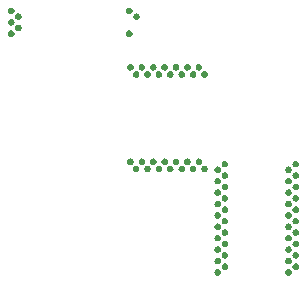
<source format=gbr>
G04 #@! TF.GenerationSoftware,KiCad,Pcbnew,(5.1.0)-1*
G04 #@! TF.CreationDate,2019-10-11T23:09:55-07:00*
G04 #@! TF.ProjectId,Miniscope-v4-FlexPC,4d696e69-7363-46f7-9065-2d76342d466c,rev?*
G04 #@! TF.SameCoordinates,Original*
G04 #@! TF.FileFunction,Soldermask,Bot*
G04 #@! TF.FilePolarity,Negative*
%FSLAX46Y46*%
G04 Gerber Fmt 4.6, Leading zero omitted, Abs format (unit mm)*
G04 Created by KiCad (PCBNEW (5.1.0)-1) date 2019-10-11 23:09:55*
%MOMM*%
%LPD*%
G04 APERTURE LIST*
%ADD10C,0.100000*%
G04 APERTURE END LIST*
D10*
G36*
X40750739Y-37294387D02*
G01*
X40801586Y-37315448D01*
X40847349Y-37346026D01*
X40886264Y-37384941D01*
X40916842Y-37430704D01*
X40937903Y-37481551D01*
X40948640Y-37535531D01*
X40948640Y-37590569D01*
X40937903Y-37644549D01*
X40916842Y-37695396D01*
X40886264Y-37741159D01*
X40847349Y-37780074D01*
X40801586Y-37810652D01*
X40750739Y-37831713D01*
X40696759Y-37842450D01*
X40641721Y-37842450D01*
X40587741Y-37831713D01*
X40536894Y-37810652D01*
X40491131Y-37780074D01*
X40452216Y-37741159D01*
X40421638Y-37695396D01*
X40400577Y-37644549D01*
X40389840Y-37590569D01*
X40389840Y-37535531D01*
X40400577Y-37481551D01*
X40421638Y-37430704D01*
X40452216Y-37384941D01*
X40491131Y-37346026D01*
X40536894Y-37315448D01*
X40587741Y-37294387D01*
X40641721Y-37283650D01*
X40696759Y-37283650D01*
X40750739Y-37294387D01*
X40750739Y-37294387D01*
G37*
G36*
X34750739Y-37294387D02*
G01*
X34801586Y-37315448D01*
X34847349Y-37346026D01*
X34886264Y-37384941D01*
X34916842Y-37430704D01*
X34937903Y-37481551D01*
X34948640Y-37535531D01*
X34948640Y-37590569D01*
X34937903Y-37644549D01*
X34916842Y-37695396D01*
X34886264Y-37741159D01*
X34847349Y-37780074D01*
X34801586Y-37810652D01*
X34750739Y-37831713D01*
X34696759Y-37842450D01*
X34641721Y-37842450D01*
X34587741Y-37831713D01*
X34536894Y-37810652D01*
X34491131Y-37780074D01*
X34452216Y-37741159D01*
X34421638Y-37695396D01*
X34400577Y-37644549D01*
X34389840Y-37590569D01*
X34389840Y-37535531D01*
X34400577Y-37481551D01*
X34421638Y-37430704D01*
X34452216Y-37384941D01*
X34491131Y-37346026D01*
X34536894Y-37315448D01*
X34587741Y-37294387D01*
X34641721Y-37283650D01*
X34696759Y-37283650D01*
X34750739Y-37294387D01*
X34750739Y-37294387D01*
G37*
G36*
X35360339Y-36811788D02*
G01*
X35411186Y-36832849D01*
X35456949Y-36863427D01*
X35495864Y-36902342D01*
X35526442Y-36948105D01*
X35547503Y-36998952D01*
X35558240Y-37052932D01*
X35558240Y-37107970D01*
X35547503Y-37161950D01*
X35526442Y-37212797D01*
X35495864Y-37258560D01*
X35456949Y-37297475D01*
X35411186Y-37328053D01*
X35360339Y-37349114D01*
X35306359Y-37359851D01*
X35251321Y-37359851D01*
X35197341Y-37349114D01*
X35146494Y-37328053D01*
X35100731Y-37297475D01*
X35061816Y-37258560D01*
X35031238Y-37212797D01*
X35010177Y-37161950D01*
X34999440Y-37107970D01*
X34999440Y-37052932D01*
X35010177Y-36998952D01*
X35031238Y-36948105D01*
X35061816Y-36902342D01*
X35100731Y-36863427D01*
X35146494Y-36832849D01*
X35197341Y-36811788D01*
X35251321Y-36801051D01*
X35306359Y-36801051D01*
X35360339Y-36811788D01*
X35360339Y-36811788D01*
G37*
G36*
X41360339Y-36811788D02*
G01*
X41411186Y-36832849D01*
X41456949Y-36863427D01*
X41495864Y-36902342D01*
X41526442Y-36948105D01*
X41547503Y-36998952D01*
X41558240Y-37052932D01*
X41558240Y-37107970D01*
X41547503Y-37161950D01*
X41526442Y-37212797D01*
X41495864Y-37258560D01*
X41456949Y-37297475D01*
X41411186Y-37328053D01*
X41360339Y-37349114D01*
X41306359Y-37359851D01*
X41251321Y-37359851D01*
X41197341Y-37349114D01*
X41146494Y-37328053D01*
X41100731Y-37297475D01*
X41061816Y-37258560D01*
X41031238Y-37212797D01*
X41010177Y-37161950D01*
X40999440Y-37107970D01*
X40999440Y-37052932D01*
X41010177Y-36998952D01*
X41031238Y-36948105D01*
X41061816Y-36902342D01*
X41100731Y-36863427D01*
X41146494Y-36832849D01*
X41197341Y-36811788D01*
X41251321Y-36801051D01*
X41306359Y-36801051D01*
X41360339Y-36811788D01*
X41360339Y-36811788D01*
G37*
G36*
X34750739Y-36329188D02*
G01*
X34801586Y-36350249D01*
X34847349Y-36380827D01*
X34886264Y-36419742D01*
X34916842Y-36465505D01*
X34937903Y-36516352D01*
X34948640Y-36570332D01*
X34948640Y-36625370D01*
X34937903Y-36679350D01*
X34916842Y-36730197D01*
X34886264Y-36775960D01*
X34847349Y-36814875D01*
X34801586Y-36845453D01*
X34750739Y-36866514D01*
X34696759Y-36877251D01*
X34641721Y-36877251D01*
X34587741Y-36866514D01*
X34536894Y-36845453D01*
X34491131Y-36814875D01*
X34452216Y-36775960D01*
X34421638Y-36730197D01*
X34400577Y-36679350D01*
X34389840Y-36625370D01*
X34389840Y-36570332D01*
X34400577Y-36516352D01*
X34421638Y-36465505D01*
X34452216Y-36419742D01*
X34491131Y-36380827D01*
X34536894Y-36350249D01*
X34587741Y-36329188D01*
X34641721Y-36318451D01*
X34696759Y-36318451D01*
X34750739Y-36329188D01*
X34750739Y-36329188D01*
G37*
G36*
X40750739Y-36329188D02*
G01*
X40801586Y-36350249D01*
X40847349Y-36380827D01*
X40886264Y-36419742D01*
X40916842Y-36465505D01*
X40937903Y-36516352D01*
X40948640Y-36570332D01*
X40948640Y-36625370D01*
X40937903Y-36679350D01*
X40916842Y-36730197D01*
X40886264Y-36775960D01*
X40847349Y-36814875D01*
X40801586Y-36845453D01*
X40750739Y-36866514D01*
X40696759Y-36877251D01*
X40641721Y-36877251D01*
X40587741Y-36866514D01*
X40536894Y-36845453D01*
X40491131Y-36814875D01*
X40452216Y-36775960D01*
X40421638Y-36730197D01*
X40400577Y-36679350D01*
X40389840Y-36625370D01*
X40389840Y-36570332D01*
X40400577Y-36516352D01*
X40421638Y-36465505D01*
X40452216Y-36419742D01*
X40491131Y-36380827D01*
X40536894Y-36350249D01*
X40587741Y-36329188D01*
X40641721Y-36318451D01*
X40696759Y-36318451D01*
X40750739Y-36329188D01*
X40750739Y-36329188D01*
G37*
G36*
X35360339Y-35846589D02*
G01*
X35411186Y-35867650D01*
X35456949Y-35898228D01*
X35495864Y-35937143D01*
X35526442Y-35982906D01*
X35547503Y-36033753D01*
X35558240Y-36087733D01*
X35558240Y-36142771D01*
X35547503Y-36196751D01*
X35526442Y-36247598D01*
X35495864Y-36293361D01*
X35456949Y-36332276D01*
X35411186Y-36362854D01*
X35360339Y-36383915D01*
X35306359Y-36394652D01*
X35251321Y-36394652D01*
X35197341Y-36383915D01*
X35146494Y-36362854D01*
X35100731Y-36332276D01*
X35061816Y-36293361D01*
X35031238Y-36247598D01*
X35010177Y-36196751D01*
X34999440Y-36142771D01*
X34999440Y-36087733D01*
X35010177Y-36033753D01*
X35031238Y-35982906D01*
X35061816Y-35937143D01*
X35100731Y-35898228D01*
X35146494Y-35867650D01*
X35197341Y-35846589D01*
X35251321Y-35835852D01*
X35306359Y-35835852D01*
X35360339Y-35846589D01*
X35360339Y-35846589D01*
G37*
G36*
X41360339Y-35846589D02*
G01*
X41411186Y-35867650D01*
X41456949Y-35898228D01*
X41495864Y-35937143D01*
X41526442Y-35982906D01*
X41547503Y-36033753D01*
X41558240Y-36087733D01*
X41558240Y-36142771D01*
X41547503Y-36196751D01*
X41526442Y-36247598D01*
X41495864Y-36293361D01*
X41456949Y-36332276D01*
X41411186Y-36362854D01*
X41360339Y-36383915D01*
X41306359Y-36394652D01*
X41251321Y-36394652D01*
X41197341Y-36383915D01*
X41146494Y-36362854D01*
X41100731Y-36332276D01*
X41061816Y-36293361D01*
X41031238Y-36247598D01*
X41010177Y-36196751D01*
X40999440Y-36142771D01*
X40999440Y-36087733D01*
X41010177Y-36033753D01*
X41031238Y-35982906D01*
X41061816Y-35937143D01*
X41100731Y-35898228D01*
X41146494Y-35867650D01*
X41197341Y-35846589D01*
X41251321Y-35835852D01*
X41306359Y-35835852D01*
X41360339Y-35846589D01*
X41360339Y-35846589D01*
G37*
G36*
X34750739Y-35363989D02*
G01*
X34801586Y-35385050D01*
X34847349Y-35415628D01*
X34886264Y-35454543D01*
X34916842Y-35500306D01*
X34937903Y-35551153D01*
X34948640Y-35605133D01*
X34948640Y-35660171D01*
X34937903Y-35714151D01*
X34916842Y-35764998D01*
X34886264Y-35810761D01*
X34847349Y-35849676D01*
X34801586Y-35880254D01*
X34750739Y-35901315D01*
X34696759Y-35912052D01*
X34641721Y-35912052D01*
X34587741Y-35901315D01*
X34536894Y-35880254D01*
X34491131Y-35849676D01*
X34452216Y-35810761D01*
X34421638Y-35764998D01*
X34400577Y-35714151D01*
X34389840Y-35660171D01*
X34389840Y-35605133D01*
X34400577Y-35551153D01*
X34421638Y-35500306D01*
X34452216Y-35454543D01*
X34491131Y-35415628D01*
X34536894Y-35385050D01*
X34587741Y-35363989D01*
X34641721Y-35353252D01*
X34696759Y-35353252D01*
X34750739Y-35363989D01*
X34750739Y-35363989D01*
G37*
G36*
X40750739Y-35363989D02*
G01*
X40801586Y-35385050D01*
X40847349Y-35415628D01*
X40886264Y-35454543D01*
X40916842Y-35500306D01*
X40937903Y-35551153D01*
X40948640Y-35605133D01*
X40948640Y-35660171D01*
X40937903Y-35714151D01*
X40916842Y-35764998D01*
X40886264Y-35810761D01*
X40847349Y-35849676D01*
X40801586Y-35880254D01*
X40750739Y-35901315D01*
X40696759Y-35912052D01*
X40641721Y-35912052D01*
X40587741Y-35901315D01*
X40536894Y-35880254D01*
X40491131Y-35849676D01*
X40452216Y-35810761D01*
X40421638Y-35764998D01*
X40400577Y-35714151D01*
X40389840Y-35660171D01*
X40389840Y-35605133D01*
X40400577Y-35551153D01*
X40421638Y-35500306D01*
X40452216Y-35454543D01*
X40491131Y-35415628D01*
X40536894Y-35385050D01*
X40587741Y-35363989D01*
X40641721Y-35353252D01*
X40696759Y-35353252D01*
X40750739Y-35363989D01*
X40750739Y-35363989D01*
G37*
G36*
X41360339Y-34881390D02*
G01*
X41411186Y-34902451D01*
X41456949Y-34933029D01*
X41495864Y-34971944D01*
X41526442Y-35017707D01*
X41547503Y-35068554D01*
X41558240Y-35122534D01*
X41558240Y-35177572D01*
X41547503Y-35231552D01*
X41526442Y-35282399D01*
X41495864Y-35328162D01*
X41456949Y-35367077D01*
X41411186Y-35397655D01*
X41360339Y-35418716D01*
X41306359Y-35429453D01*
X41251321Y-35429453D01*
X41197341Y-35418716D01*
X41146494Y-35397655D01*
X41100731Y-35367077D01*
X41061816Y-35328162D01*
X41031238Y-35282399D01*
X41010177Y-35231552D01*
X40999440Y-35177572D01*
X40999440Y-35122534D01*
X41010177Y-35068554D01*
X41031238Y-35017707D01*
X41061816Y-34971944D01*
X41100731Y-34933029D01*
X41146494Y-34902451D01*
X41197341Y-34881390D01*
X41251321Y-34870653D01*
X41306359Y-34870653D01*
X41360339Y-34881390D01*
X41360339Y-34881390D01*
G37*
G36*
X35360339Y-34881390D02*
G01*
X35411186Y-34902451D01*
X35456949Y-34933029D01*
X35495864Y-34971944D01*
X35526442Y-35017707D01*
X35547503Y-35068554D01*
X35558240Y-35122534D01*
X35558240Y-35177572D01*
X35547503Y-35231552D01*
X35526442Y-35282399D01*
X35495864Y-35328162D01*
X35456949Y-35367077D01*
X35411186Y-35397655D01*
X35360339Y-35418716D01*
X35306359Y-35429453D01*
X35251321Y-35429453D01*
X35197341Y-35418716D01*
X35146494Y-35397655D01*
X35100731Y-35367077D01*
X35061816Y-35328162D01*
X35031238Y-35282399D01*
X35010177Y-35231552D01*
X34999440Y-35177572D01*
X34999440Y-35122534D01*
X35010177Y-35068554D01*
X35031238Y-35017707D01*
X35061816Y-34971944D01*
X35100731Y-34933029D01*
X35146494Y-34902451D01*
X35197341Y-34881390D01*
X35251321Y-34870653D01*
X35306359Y-34870653D01*
X35360339Y-34881390D01*
X35360339Y-34881390D01*
G37*
G36*
X34750739Y-34398790D02*
G01*
X34801586Y-34419851D01*
X34847349Y-34450429D01*
X34886264Y-34489344D01*
X34916842Y-34535107D01*
X34937903Y-34585954D01*
X34948640Y-34639934D01*
X34948640Y-34694972D01*
X34937903Y-34748952D01*
X34916842Y-34799799D01*
X34886264Y-34845562D01*
X34847349Y-34884477D01*
X34801586Y-34915055D01*
X34750739Y-34936116D01*
X34696759Y-34946853D01*
X34641721Y-34946853D01*
X34587741Y-34936116D01*
X34536894Y-34915055D01*
X34491131Y-34884477D01*
X34452216Y-34845562D01*
X34421638Y-34799799D01*
X34400577Y-34748952D01*
X34389840Y-34694972D01*
X34389840Y-34639934D01*
X34400577Y-34585954D01*
X34421638Y-34535107D01*
X34452216Y-34489344D01*
X34491131Y-34450429D01*
X34536894Y-34419851D01*
X34587741Y-34398790D01*
X34641721Y-34388053D01*
X34696759Y-34388053D01*
X34750739Y-34398790D01*
X34750739Y-34398790D01*
G37*
G36*
X40750739Y-34398790D02*
G01*
X40801586Y-34419851D01*
X40847349Y-34450429D01*
X40886264Y-34489344D01*
X40916842Y-34535107D01*
X40937903Y-34585954D01*
X40948640Y-34639934D01*
X40948640Y-34694972D01*
X40937903Y-34748952D01*
X40916842Y-34799799D01*
X40886264Y-34845562D01*
X40847349Y-34884477D01*
X40801586Y-34915055D01*
X40750739Y-34936116D01*
X40696759Y-34946853D01*
X40641721Y-34946853D01*
X40587741Y-34936116D01*
X40536894Y-34915055D01*
X40491131Y-34884477D01*
X40452216Y-34845562D01*
X40421638Y-34799799D01*
X40400577Y-34748952D01*
X40389840Y-34694972D01*
X40389840Y-34639934D01*
X40400577Y-34585954D01*
X40421638Y-34535107D01*
X40452216Y-34489344D01*
X40491131Y-34450429D01*
X40536894Y-34419851D01*
X40587741Y-34398790D01*
X40641721Y-34388053D01*
X40696759Y-34388053D01*
X40750739Y-34398790D01*
X40750739Y-34398790D01*
G37*
G36*
X35360339Y-33916191D02*
G01*
X35411186Y-33937252D01*
X35456949Y-33967830D01*
X35495864Y-34006745D01*
X35526442Y-34052508D01*
X35547503Y-34103355D01*
X35558240Y-34157335D01*
X35558240Y-34212373D01*
X35547503Y-34266353D01*
X35526442Y-34317200D01*
X35495864Y-34362963D01*
X35456949Y-34401878D01*
X35411186Y-34432456D01*
X35360339Y-34453517D01*
X35306359Y-34464254D01*
X35251321Y-34464254D01*
X35197341Y-34453517D01*
X35146494Y-34432456D01*
X35100731Y-34401878D01*
X35061816Y-34362963D01*
X35031238Y-34317200D01*
X35010177Y-34266353D01*
X34999440Y-34212373D01*
X34999440Y-34157335D01*
X35010177Y-34103355D01*
X35031238Y-34052508D01*
X35061816Y-34006745D01*
X35100731Y-33967830D01*
X35146494Y-33937252D01*
X35197341Y-33916191D01*
X35251321Y-33905454D01*
X35306359Y-33905454D01*
X35360339Y-33916191D01*
X35360339Y-33916191D01*
G37*
G36*
X41360339Y-33916191D02*
G01*
X41411186Y-33937252D01*
X41456949Y-33967830D01*
X41495864Y-34006745D01*
X41526442Y-34052508D01*
X41547503Y-34103355D01*
X41558240Y-34157335D01*
X41558240Y-34212373D01*
X41547503Y-34266353D01*
X41526442Y-34317200D01*
X41495864Y-34362963D01*
X41456949Y-34401878D01*
X41411186Y-34432456D01*
X41360339Y-34453517D01*
X41306359Y-34464254D01*
X41251321Y-34464254D01*
X41197341Y-34453517D01*
X41146494Y-34432456D01*
X41100731Y-34401878D01*
X41061816Y-34362963D01*
X41031238Y-34317200D01*
X41010177Y-34266353D01*
X40999440Y-34212373D01*
X40999440Y-34157335D01*
X41010177Y-34103355D01*
X41031238Y-34052508D01*
X41061816Y-34006745D01*
X41100731Y-33967830D01*
X41146494Y-33937252D01*
X41197341Y-33916191D01*
X41251321Y-33905454D01*
X41306359Y-33905454D01*
X41360339Y-33916191D01*
X41360339Y-33916191D01*
G37*
G36*
X40750739Y-33433591D02*
G01*
X40801586Y-33454652D01*
X40847349Y-33485230D01*
X40886264Y-33524145D01*
X40916842Y-33569908D01*
X40937903Y-33620755D01*
X40948640Y-33674735D01*
X40948640Y-33729773D01*
X40937903Y-33783753D01*
X40916842Y-33834600D01*
X40886264Y-33880363D01*
X40847349Y-33919278D01*
X40801586Y-33949856D01*
X40750739Y-33970917D01*
X40696759Y-33981654D01*
X40641721Y-33981654D01*
X40587741Y-33970917D01*
X40536894Y-33949856D01*
X40491131Y-33919278D01*
X40452216Y-33880363D01*
X40421638Y-33834600D01*
X40400577Y-33783753D01*
X40389840Y-33729773D01*
X40389840Y-33674735D01*
X40400577Y-33620755D01*
X40421638Y-33569908D01*
X40452216Y-33524145D01*
X40491131Y-33485230D01*
X40536894Y-33454652D01*
X40587741Y-33433591D01*
X40641721Y-33422854D01*
X40696759Y-33422854D01*
X40750739Y-33433591D01*
X40750739Y-33433591D01*
G37*
G36*
X34750739Y-33433591D02*
G01*
X34801586Y-33454652D01*
X34847349Y-33485230D01*
X34886264Y-33524145D01*
X34916842Y-33569908D01*
X34937903Y-33620755D01*
X34948640Y-33674735D01*
X34948640Y-33729773D01*
X34937903Y-33783753D01*
X34916842Y-33834600D01*
X34886264Y-33880363D01*
X34847349Y-33919278D01*
X34801586Y-33949856D01*
X34750739Y-33970917D01*
X34696759Y-33981654D01*
X34641721Y-33981654D01*
X34587741Y-33970917D01*
X34536894Y-33949856D01*
X34491131Y-33919278D01*
X34452216Y-33880363D01*
X34421638Y-33834600D01*
X34400577Y-33783753D01*
X34389840Y-33729773D01*
X34389840Y-33674735D01*
X34400577Y-33620755D01*
X34421638Y-33569908D01*
X34452216Y-33524145D01*
X34491131Y-33485230D01*
X34536894Y-33454652D01*
X34587741Y-33433591D01*
X34641721Y-33422854D01*
X34696759Y-33422854D01*
X34750739Y-33433591D01*
X34750739Y-33433591D01*
G37*
G36*
X41360339Y-32950992D02*
G01*
X41411186Y-32972053D01*
X41456949Y-33002631D01*
X41495864Y-33041546D01*
X41526442Y-33087309D01*
X41547503Y-33138156D01*
X41558240Y-33192136D01*
X41558240Y-33247174D01*
X41547503Y-33301154D01*
X41526442Y-33352001D01*
X41495864Y-33397764D01*
X41456949Y-33436679D01*
X41411186Y-33467257D01*
X41360339Y-33488318D01*
X41306359Y-33499055D01*
X41251321Y-33499055D01*
X41197341Y-33488318D01*
X41146494Y-33467257D01*
X41100731Y-33436679D01*
X41061816Y-33397764D01*
X41031238Y-33352001D01*
X41010177Y-33301154D01*
X40999440Y-33247174D01*
X40999440Y-33192136D01*
X41010177Y-33138156D01*
X41031238Y-33087309D01*
X41061816Y-33041546D01*
X41100731Y-33002631D01*
X41146494Y-32972053D01*
X41197341Y-32950992D01*
X41251321Y-32940255D01*
X41306359Y-32940255D01*
X41360339Y-32950992D01*
X41360339Y-32950992D01*
G37*
G36*
X35360339Y-32950992D02*
G01*
X35411186Y-32972053D01*
X35456949Y-33002631D01*
X35495864Y-33041546D01*
X35526442Y-33087309D01*
X35547503Y-33138156D01*
X35558240Y-33192136D01*
X35558240Y-33247174D01*
X35547503Y-33301154D01*
X35526442Y-33352001D01*
X35495864Y-33397764D01*
X35456949Y-33436679D01*
X35411186Y-33467257D01*
X35360339Y-33488318D01*
X35306359Y-33499055D01*
X35251321Y-33499055D01*
X35197341Y-33488318D01*
X35146494Y-33467257D01*
X35100731Y-33436679D01*
X35061816Y-33397764D01*
X35031238Y-33352001D01*
X35010177Y-33301154D01*
X34999440Y-33247174D01*
X34999440Y-33192136D01*
X35010177Y-33138156D01*
X35031238Y-33087309D01*
X35061816Y-33041546D01*
X35100731Y-33002631D01*
X35146494Y-32972053D01*
X35197341Y-32950992D01*
X35251321Y-32940255D01*
X35306359Y-32940255D01*
X35360339Y-32950992D01*
X35360339Y-32950992D01*
G37*
G36*
X40750739Y-32468392D02*
G01*
X40801586Y-32489453D01*
X40847349Y-32520031D01*
X40886264Y-32558946D01*
X40916842Y-32604709D01*
X40937903Y-32655556D01*
X40948640Y-32709536D01*
X40948640Y-32764574D01*
X40937903Y-32818554D01*
X40916842Y-32869401D01*
X40886264Y-32915164D01*
X40847349Y-32954079D01*
X40801586Y-32984657D01*
X40750739Y-33005718D01*
X40696759Y-33016455D01*
X40641721Y-33016455D01*
X40587741Y-33005718D01*
X40536894Y-32984657D01*
X40491131Y-32954079D01*
X40452216Y-32915164D01*
X40421638Y-32869401D01*
X40400577Y-32818554D01*
X40389840Y-32764574D01*
X40389840Y-32709536D01*
X40400577Y-32655556D01*
X40421638Y-32604709D01*
X40452216Y-32558946D01*
X40491131Y-32520031D01*
X40536894Y-32489453D01*
X40587741Y-32468392D01*
X40641721Y-32457655D01*
X40696759Y-32457655D01*
X40750739Y-32468392D01*
X40750739Y-32468392D01*
G37*
G36*
X34750739Y-32468392D02*
G01*
X34801586Y-32489453D01*
X34847349Y-32520031D01*
X34886264Y-32558946D01*
X34916842Y-32604709D01*
X34937903Y-32655556D01*
X34948640Y-32709536D01*
X34948640Y-32764574D01*
X34937903Y-32818554D01*
X34916842Y-32869401D01*
X34886264Y-32915164D01*
X34847349Y-32954079D01*
X34801586Y-32984657D01*
X34750739Y-33005718D01*
X34696759Y-33016455D01*
X34641721Y-33016455D01*
X34587741Y-33005718D01*
X34536894Y-32984657D01*
X34491131Y-32954079D01*
X34452216Y-32915164D01*
X34421638Y-32869401D01*
X34400577Y-32818554D01*
X34389840Y-32764574D01*
X34389840Y-32709536D01*
X34400577Y-32655556D01*
X34421638Y-32604709D01*
X34452216Y-32558946D01*
X34491131Y-32520031D01*
X34536894Y-32489453D01*
X34587741Y-32468392D01*
X34641721Y-32457655D01*
X34696759Y-32457655D01*
X34750739Y-32468392D01*
X34750739Y-32468392D01*
G37*
G36*
X35360339Y-31985793D02*
G01*
X35411186Y-32006854D01*
X35456949Y-32037432D01*
X35495864Y-32076347D01*
X35526442Y-32122110D01*
X35547503Y-32172957D01*
X35558240Y-32226937D01*
X35558240Y-32281975D01*
X35547503Y-32335955D01*
X35526442Y-32386802D01*
X35495864Y-32432565D01*
X35456949Y-32471480D01*
X35411186Y-32502058D01*
X35360339Y-32523119D01*
X35306359Y-32533856D01*
X35251321Y-32533856D01*
X35197341Y-32523119D01*
X35146494Y-32502058D01*
X35100731Y-32471480D01*
X35061816Y-32432565D01*
X35031238Y-32386802D01*
X35010177Y-32335955D01*
X34999440Y-32281975D01*
X34999440Y-32226937D01*
X35010177Y-32172957D01*
X35031238Y-32122110D01*
X35061816Y-32076347D01*
X35100731Y-32037432D01*
X35146494Y-32006854D01*
X35197341Y-31985793D01*
X35251321Y-31975056D01*
X35306359Y-31975056D01*
X35360339Y-31985793D01*
X35360339Y-31985793D01*
G37*
G36*
X41360339Y-31985793D02*
G01*
X41411186Y-32006854D01*
X41456949Y-32037432D01*
X41495864Y-32076347D01*
X41526442Y-32122110D01*
X41547503Y-32172957D01*
X41558240Y-32226937D01*
X41558240Y-32281975D01*
X41547503Y-32335955D01*
X41526442Y-32386802D01*
X41495864Y-32432565D01*
X41456949Y-32471480D01*
X41411186Y-32502058D01*
X41360339Y-32523119D01*
X41306359Y-32533856D01*
X41251321Y-32533856D01*
X41197341Y-32523119D01*
X41146494Y-32502058D01*
X41100731Y-32471480D01*
X41061816Y-32432565D01*
X41031238Y-32386802D01*
X41010177Y-32335955D01*
X40999440Y-32281975D01*
X40999440Y-32226937D01*
X41010177Y-32172957D01*
X41031238Y-32122110D01*
X41061816Y-32076347D01*
X41100731Y-32037432D01*
X41146494Y-32006854D01*
X41197341Y-31985793D01*
X41251321Y-31975056D01*
X41306359Y-31975056D01*
X41360339Y-31985793D01*
X41360339Y-31985793D01*
G37*
G36*
X34750739Y-31503193D02*
G01*
X34801586Y-31524254D01*
X34847349Y-31554832D01*
X34886264Y-31593747D01*
X34916842Y-31639510D01*
X34937903Y-31690357D01*
X34948640Y-31744337D01*
X34948640Y-31799375D01*
X34937903Y-31853355D01*
X34916842Y-31904202D01*
X34886264Y-31949965D01*
X34847349Y-31988880D01*
X34801586Y-32019458D01*
X34750739Y-32040519D01*
X34696759Y-32051256D01*
X34641721Y-32051256D01*
X34587741Y-32040519D01*
X34536894Y-32019458D01*
X34491131Y-31988880D01*
X34452216Y-31949965D01*
X34421638Y-31904202D01*
X34400577Y-31853355D01*
X34389840Y-31799375D01*
X34389840Y-31744337D01*
X34400577Y-31690357D01*
X34421638Y-31639510D01*
X34452216Y-31593747D01*
X34491131Y-31554832D01*
X34536894Y-31524254D01*
X34587741Y-31503193D01*
X34641721Y-31492456D01*
X34696759Y-31492456D01*
X34750739Y-31503193D01*
X34750739Y-31503193D01*
G37*
G36*
X40750739Y-31503193D02*
G01*
X40801586Y-31524254D01*
X40847349Y-31554832D01*
X40886264Y-31593747D01*
X40916842Y-31639510D01*
X40937903Y-31690357D01*
X40948640Y-31744337D01*
X40948640Y-31799375D01*
X40937903Y-31853355D01*
X40916842Y-31904202D01*
X40886264Y-31949965D01*
X40847349Y-31988880D01*
X40801586Y-32019458D01*
X40750739Y-32040519D01*
X40696759Y-32051256D01*
X40641721Y-32051256D01*
X40587741Y-32040519D01*
X40536894Y-32019458D01*
X40491131Y-31988880D01*
X40452216Y-31949965D01*
X40421638Y-31904202D01*
X40400577Y-31853355D01*
X40389840Y-31799375D01*
X40389840Y-31744337D01*
X40400577Y-31690357D01*
X40421638Y-31639510D01*
X40452216Y-31593747D01*
X40491131Y-31554832D01*
X40536894Y-31524254D01*
X40587741Y-31503193D01*
X40641721Y-31492456D01*
X40696759Y-31492456D01*
X40750739Y-31503193D01*
X40750739Y-31503193D01*
G37*
G36*
X41360339Y-31020594D02*
G01*
X41411186Y-31041655D01*
X41456949Y-31072233D01*
X41495864Y-31111148D01*
X41526442Y-31156911D01*
X41547503Y-31207758D01*
X41558240Y-31261738D01*
X41558240Y-31316776D01*
X41547503Y-31370756D01*
X41526442Y-31421603D01*
X41495864Y-31467366D01*
X41456949Y-31506281D01*
X41411186Y-31536859D01*
X41360339Y-31557920D01*
X41306359Y-31568657D01*
X41251321Y-31568657D01*
X41197341Y-31557920D01*
X41146494Y-31536859D01*
X41100731Y-31506281D01*
X41061816Y-31467366D01*
X41031238Y-31421603D01*
X41010177Y-31370756D01*
X40999440Y-31316776D01*
X40999440Y-31261738D01*
X41010177Y-31207758D01*
X41031238Y-31156911D01*
X41061816Y-31111148D01*
X41100731Y-31072233D01*
X41146494Y-31041655D01*
X41197341Y-31020594D01*
X41251321Y-31009857D01*
X41306359Y-31009857D01*
X41360339Y-31020594D01*
X41360339Y-31020594D01*
G37*
G36*
X35360339Y-31020594D02*
G01*
X35411186Y-31041655D01*
X35456949Y-31072233D01*
X35495864Y-31111148D01*
X35526442Y-31156911D01*
X35547503Y-31207758D01*
X35558240Y-31261738D01*
X35558240Y-31316776D01*
X35547503Y-31370756D01*
X35526442Y-31421603D01*
X35495864Y-31467366D01*
X35456949Y-31506281D01*
X35411186Y-31536859D01*
X35360339Y-31557920D01*
X35306359Y-31568657D01*
X35251321Y-31568657D01*
X35197341Y-31557920D01*
X35146494Y-31536859D01*
X35100731Y-31506281D01*
X35061816Y-31467366D01*
X35031238Y-31421603D01*
X35010177Y-31370756D01*
X34999440Y-31316776D01*
X34999440Y-31261738D01*
X35010177Y-31207758D01*
X35031238Y-31156911D01*
X35061816Y-31111148D01*
X35100731Y-31072233D01*
X35146494Y-31041655D01*
X35197341Y-31020594D01*
X35251321Y-31009857D01*
X35306359Y-31009857D01*
X35360339Y-31020594D01*
X35360339Y-31020594D01*
G37*
G36*
X40750739Y-30537994D02*
G01*
X40801586Y-30559055D01*
X40847349Y-30589633D01*
X40886264Y-30628548D01*
X40916842Y-30674311D01*
X40937903Y-30725158D01*
X40948640Y-30779138D01*
X40948640Y-30834176D01*
X40937903Y-30888156D01*
X40916842Y-30939003D01*
X40886264Y-30984766D01*
X40847349Y-31023681D01*
X40801586Y-31054259D01*
X40750739Y-31075320D01*
X40696759Y-31086057D01*
X40641721Y-31086057D01*
X40587741Y-31075320D01*
X40536894Y-31054259D01*
X40491131Y-31023681D01*
X40452216Y-30984766D01*
X40421638Y-30939003D01*
X40400577Y-30888156D01*
X40389840Y-30834176D01*
X40389840Y-30779138D01*
X40400577Y-30725158D01*
X40421638Y-30674311D01*
X40452216Y-30628548D01*
X40491131Y-30589633D01*
X40536894Y-30559055D01*
X40587741Y-30537994D01*
X40641721Y-30527257D01*
X40696759Y-30527257D01*
X40750739Y-30537994D01*
X40750739Y-30537994D01*
G37*
G36*
X34750739Y-30537994D02*
G01*
X34801586Y-30559055D01*
X34847349Y-30589633D01*
X34886264Y-30628548D01*
X34916842Y-30674311D01*
X34937903Y-30725158D01*
X34948640Y-30779138D01*
X34948640Y-30834176D01*
X34937903Y-30888156D01*
X34916842Y-30939003D01*
X34886264Y-30984766D01*
X34847349Y-31023681D01*
X34801586Y-31054259D01*
X34750739Y-31075320D01*
X34696759Y-31086057D01*
X34641721Y-31086057D01*
X34587741Y-31075320D01*
X34536894Y-31054259D01*
X34491131Y-31023681D01*
X34452216Y-30984766D01*
X34421638Y-30939003D01*
X34400577Y-30888156D01*
X34389840Y-30834176D01*
X34389840Y-30779138D01*
X34400577Y-30725158D01*
X34421638Y-30674311D01*
X34452216Y-30628548D01*
X34491131Y-30589633D01*
X34536894Y-30559055D01*
X34587741Y-30537994D01*
X34641721Y-30527257D01*
X34696759Y-30527257D01*
X34750739Y-30537994D01*
X34750739Y-30537994D01*
G37*
G36*
X41360339Y-30055395D02*
G01*
X41411186Y-30076456D01*
X41456949Y-30107034D01*
X41495864Y-30145949D01*
X41526442Y-30191712D01*
X41547503Y-30242559D01*
X41558240Y-30296539D01*
X41558240Y-30351577D01*
X41547503Y-30405557D01*
X41526442Y-30456404D01*
X41495864Y-30502167D01*
X41456949Y-30541082D01*
X41411186Y-30571660D01*
X41360339Y-30592721D01*
X41306359Y-30603458D01*
X41251321Y-30603458D01*
X41197341Y-30592721D01*
X41146494Y-30571660D01*
X41100731Y-30541082D01*
X41061816Y-30502167D01*
X41031238Y-30456404D01*
X41010177Y-30405557D01*
X40999440Y-30351577D01*
X40999440Y-30296539D01*
X41010177Y-30242559D01*
X41031238Y-30191712D01*
X41061816Y-30145949D01*
X41100731Y-30107034D01*
X41146494Y-30076456D01*
X41197341Y-30055395D01*
X41251321Y-30044658D01*
X41306359Y-30044658D01*
X41360339Y-30055395D01*
X41360339Y-30055395D01*
G37*
G36*
X35360339Y-30055395D02*
G01*
X35411186Y-30076456D01*
X35456949Y-30107034D01*
X35495864Y-30145949D01*
X35526442Y-30191712D01*
X35547503Y-30242559D01*
X35558240Y-30296539D01*
X35558240Y-30351577D01*
X35547503Y-30405557D01*
X35526442Y-30456404D01*
X35495864Y-30502167D01*
X35456949Y-30541082D01*
X35411186Y-30571660D01*
X35360339Y-30592721D01*
X35306359Y-30603458D01*
X35251321Y-30603458D01*
X35197341Y-30592721D01*
X35146494Y-30571660D01*
X35100731Y-30541082D01*
X35061816Y-30502167D01*
X35031238Y-30456404D01*
X35010177Y-30405557D01*
X34999440Y-30351577D01*
X34999440Y-30296539D01*
X35010177Y-30242559D01*
X35031238Y-30191712D01*
X35061816Y-30145949D01*
X35100731Y-30107034D01*
X35146494Y-30076456D01*
X35197341Y-30055395D01*
X35251321Y-30044658D01*
X35306359Y-30044658D01*
X35360339Y-30055395D01*
X35360339Y-30055395D01*
G37*
G36*
X34750739Y-29572795D02*
G01*
X34801586Y-29593856D01*
X34847349Y-29624434D01*
X34886264Y-29663349D01*
X34916842Y-29709112D01*
X34937903Y-29759959D01*
X34948640Y-29813939D01*
X34948640Y-29868977D01*
X34937903Y-29922957D01*
X34916842Y-29973804D01*
X34886264Y-30019567D01*
X34847349Y-30058482D01*
X34801586Y-30089060D01*
X34750739Y-30110121D01*
X34696759Y-30120858D01*
X34641721Y-30120858D01*
X34587741Y-30110121D01*
X34536894Y-30089060D01*
X34491131Y-30058482D01*
X34452216Y-30019567D01*
X34421638Y-29973804D01*
X34400577Y-29922957D01*
X34389840Y-29868977D01*
X34389840Y-29813939D01*
X34400577Y-29759959D01*
X34421638Y-29709112D01*
X34452216Y-29663349D01*
X34491131Y-29624434D01*
X34536894Y-29593856D01*
X34587741Y-29572795D01*
X34641721Y-29562058D01*
X34696759Y-29562058D01*
X34750739Y-29572795D01*
X34750739Y-29572795D01*
G37*
G36*
X40750739Y-29572795D02*
G01*
X40801586Y-29593856D01*
X40847349Y-29624434D01*
X40886264Y-29663349D01*
X40916842Y-29709112D01*
X40937903Y-29759959D01*
X40948640Y-29813939D01*
X40948640Y-29868977D01*
X40937903Y-29922957D01*
X40916842Y-29973804D01*
X40886264Y-30019567D01*
X40847349Y-30058482D01*
X40801586Y-30089060D01*
X40750739Y-30110121D01*
X40696759Y-30120858D01*
X40641721Y-30120858D01*
X40587741Y-30110121D01*
X40536894Y-30089060D01*
X40491131Y-30058482D01*
X40452216Y-30019567D01*
X40421638Y-29973804D01*
X40400577Y-29922957D01*
X40389840Y-29868977D01*
X40389840Y-29813939D01*
X40400577Y-29759959D01*
X40421638Y-29709112D01*
X40452216Y-29663349D01*
X40491131Y-29624434D01*
X40536894Y-29593856D01*
X40587741Y-29572795D01*
X40641721Y-29562058D01*
X40696759Y-29562058D01*
X40750739Y-29572795D01*
X40750739Y-29572795D01*
G37*
G36*
X35360339Y-29090196D02*
G01*
X35411186Y-29111257D01*
X35456949Y-29141835D01*
X35495864Y-29180750D01*
X35526442Y-29226513D01*
X35547503Y-29277360D01*
X35558240Y-29331340D01*
X35558240Y-29386378D01*
X35547503Y-29440358D01*
X35526442Y-29491205D01*
X35495864Y-29536968D01*
X35456949Y-29575883D01*
X35411186Y-29606461D01*
X35360339Y-29627522D01*
X35306359Y-29638259D01*
X35251321Y-29638259D01*
X35197341Y-29627522D01*
X35146494Y-29606461D01*
X35100731Y-29575883D01*
X35061816Y-29536968D01*
X35031238Y-29491205D01*
X35010177Y-29440358D01*
X34999440Y-29386378D01*
X34999440Y-29331340D01*
X35010177Y-29277360D01*
X35031238Y-29226513D01*
X35061816Y-29180750D01*
X35100731Y-29141835D01*
X35146494Y-29111257D01*
X35197341Y-29090196D01*
X35251321Y-29079459D01*
X35306359Y-29079459D01*
X35360339Y-29090196D01*
X35360339Y-29090196D01*
G37*
G36*
X41360339Y-29090196D02*
G01*
X41411186Y-29111257D01*
X41456949Y-29141835D01*
X41495864Y-29180750D01*
X41526442Y-29226513D01*
X41547503Y-29277360D01*
X41558240Y-29331340D01*
X41558240Y-29386378D01*
X41547503Y-29440358D01*
X41526442Y-29491205D01*
X41495864Y-29536968D01*
X41456949Y-29575883D01*
X41411186Y-29606461D01*
X41360339Y-29627522D01*
X41306359Y-29638259D01*
X41251321Y-29638259D01*
X41197341Y-29627522D01*
X41146494Y-29606461D01*
X41100731Y-29575883D01*
X41061816Y-29536968D01*
X41031238Y-29491205D01*
X41010177Y-29440358D01*
X40999440Y-29386378D01*
X40999440Y-29331340D01*
X41010177Y-29277360D01*
X41031238Y-29226513D01*
X41061816Y-29180750D01*
X41100731Y-29141835D01*
X41146494Y-29111257D01*
X41197341Y-29090196D01*
X41251321Y-29079459D01*
X41306359Y-29079459D01*
X41360339Y-29090196D01*
X41360339Y-29090196D01*
G37*
G36*
X40750739Y-28607596D02*
G01*
X40801586Y-28628657D01*
X40847349Y-28659235D01*
X40886264Y-28698150D01*
X40916842Y-28743913D01*
X40937903Y-28794760D01*
X40948640Y-28848740D01*
X40948640Y-28903778D01*
X40937903Y-28957758D01*
X40916842Y-29008605D01*
X40886264Y-29054368D01*
X40847349Y-29093283D01*
X40801586Y-29123861D01*
X40750739Y-29144922D01*
X40696759Y-29155659D01*
X40641721Y-29155659D01*
X40587741Y-29144922D01*
X40536894Y-29123861D01*
X40491131Y-29093283D01*
X40452216Y-29054368D01*
X40421638Y-29008605D01*
X40400577Y-28957758D01*
X40389840Y-28903778D01*
X40389840Y-28848740D01*
X40400577Y-28794760D01*
X40421638Y-28743913D01*
X40452216Y-28698150D01*
X40491131Y-28659235D01*
X40536894Y-28628657D01*
X40587741Y-28607596D01*
X40641721Y-28596859D01*
X40696759Y-28596859D01*
X40750739Y-28607596D01*
X40750739Y-28607596D01*
G37*
G36*
X34750739Y-28607596D02*
G01*
X34801586Y-28628657D01*
X34847349Y-28659235D01*
X34886264Y-28698150D01*
X34916842Y-28743913D01*
X34937903Y-28794760D01*
X34948640Y-28848740D01*
X34948640Y-28903778D01*
X34937903Y-28957758D01*
X34916842Y-29008605D01*
X34886264Y-29054368D01*
X34847349Y-29093283D01*
X34801586Y-29123861D01*
X34750739Y-29144922D01*
X34696759Y-29155659D01*
X34641721Y-29155659D01*
X34587741Y-29144922D01*
X34536894Y-29123861D01*
X34491131Y-29093283D01*
X34452216Y-29054368D01*
X34421638Y-29008605D01*
X34400577Y-28957758D01*
X34389840Y-28903778D01*
X34389840Y-28848740D01*
X34400577Y-28794760D01*
X34421638Y-28743913D01*
X34452216Y-28698150D01*
X34491131Y-28659235D01*
X34536894Y-28628657D01*
X34587741Y-28607596D01*
X34641721Y-28596859D01*
X34696759Y-28596859D01*
X34750739Y-28607596D01*
X34750739Y-28607596D01*
G37*
G36*
X27844478Y-28533937D02*
G01*
X27895325Y-28554998D01*
X27941088Y-28585576D01*
X27980003Y-28624491D01*
X28010581Y-28670254D01*
X28031642Y-28721101D01*
X28042379Y-28775081D01*
X28042379Y-28830119D01*
X28031642Y-28884099D01*
X28010581Y-28934946D01*
X27980003Y-28980709D01*
X27941088Y-29019624D01*
X27895325Y-29050202D01*
X27844478Y-29071263D01*
X27790498Y-29082000D01*
X27735460Y-29082000D01*
X27681480Y-29071263D01*
X27630633Y-29050202D01*
X27584870Y-29019624D01*
X27545955Y-28980709D01*
X27515377Y-28934946D01*
X27494316Y-28884099D01*
X27483579Y-28830119D01*
X27483579Y-28775081D01*
X27494316Y-28721101D01*
X27515377Y-28670254D01*
X27545955Y-28624491D01*
X27584870Y-28585576D01*
X27630633Y-28554998D01*
X27681480Y-28533937D01*
X27735460Y-28523200D01*
X27790498Y-28523200D01*
X27844478Y-28533937D01*
X27844478Y-28533937D01*
G37*
G36*
X32670473Y-28533937D02*
G01*
X32721320Y-28554998D01*
X32767083Y-28585576D01*
X32805998Y-28624491D01*
X32836576Y-28670254D01*
X32857637Y-28721101D01*
X32868374Y-28775081D01*
X32868374Y-28830119D01*
X32857637Y-28884099D01*
X32836576Y-28934946D01*
X32805998Y-28980709D01*
X32767083Y-29019624D01*
X32721320Y-29050202D01*
X32670473Y-29071263D01*
X32616493Y-29082000D01*
X32561455Y-29082000D01*
X32507475Y-29071263D01*
X32456628Y-29050202D01*
X32410865Y-29019624D01*
X32371950Y-28980709D01*
X32341372Y-28934946D01*
X32320311Y-28884099D01*
X32309574Y-28830119D01*
X32309574Y-28775081D01*
X32320311Y-28721101D01*
X32341372Y-28670254D01*
X32371950Y-28624491D01*
X32410865Y-28585576D01*
X32456628Y-28554998D01*
X32507475Y-28533937D01*
X32561455Y-28523200D01*
X32616493Y-28523200D01*
X32670473Y-28533937D01*
X32670473Y-28533937D01*
G37*
G36*
X31705274Y-28533937D02*
G01*
X31756121Y-28554998D01*
X31801884Y-28585576D01*
X31840799Y-28624491D01*
X31871377Y-28670254D01*
X31892438Y-28721101D01*
X31903175Y-28775081D01*
X31903175Y-28830119D01*
X31892438Y-28884099D01*
X31871377Y-28934946D01*
X31840799Y-28980709D01*
X31801884Y-29019624D01*
X31756121Y-29050202D01*
X31705274Y-29071263D01*
X31651294Y-29082000D01*
X31596256Y-29082000D01*
X31542276Y-29071263D01*
X31491429Y-29050202D01*
X31445666Y-29019624D01*
X31406751Y-28980709D01*
X31376173Y-28934946D01*
X31355112Y-28884099D01*
X31344375Y-28830119D01*
X31344375Y-28775081D01*
X31355112Y-28721101D01*
X31376173Y-28670254D01*
X31406751Y-28624491D01*
X31445666Y-28585576D01*
X31491429Y-28554998D01*
X31542276Y-28533937D01*
X31596256Y-28523200D01*
X31651294Y-28523200D01*
X31705274Y-28533937D01*
X31705274Y-28533937D01*
G37*
G36*
X33635672Y-28533937D02*
G01*
X33686519Y-28554998D01*
X33732282Y-28585576D01*
X33771197Y-28624491D01*
X33801775Y-28670254D01*
X33822836Y-28721101D01*
X33833573Y-28775081D01*
X33833573Y-28830119D01*
X33822836Y-28884099D01*
X33801775Y-28934946D01*
X33771197Y-28980709D01*
X33732282Y-29019624D01*
X33686519Y-29050202D01*
X33635672Y-29071263D01*
X33581692Y-29082000D01*
X33526654Y-29082000D01*
X33472674Y-29071263D01*
X33421827Y-29050202D01*
X33376064Y-29019624D01*
X33337149Y-28980709D01*
X33306571Y-28934946D01*
X33285510Y-28884099D01*
X33274773Y-28830119D01*
X33274773Y-28775081D01*
X33285510Y-28721101D01*
X33306571Y-28670254D01*
X33337149Y-28624491D01*
X33376064Y-28585576D01*
X33421827Y-28554998D01*
X33472674Y-28533937D01*
X33526654Y-28523200D01*
X33581692Y-28523200D01*
X33635672Y-28533937D01*
X33635672Y-28533937D01*
G37*
G36*
X29774876Y-28533937D02*
G01*
X29825723Y-28554998D01*
X29871486Y-28585576D01*
X29910401Y-28624491D01*
X29940979Y-28670254D01*
X29962040Y-28721101D01*
X29972777Y-28775081D01*
X29972777Y-28830119D01*
X29962040Y-28884099D01*
X29940979Y-28934946D01*
X29910401Y-28980709D01*
X29871486Y-29019624D01*
X29825723Y-29050202D01*
X29774876Y-29071263D01*
X29720896Y-29082000D01*
X29665858Y-29082000D01*
X29611878Y-29071263D01*
X29561031Y-29050202D01*
X29515268Y-29019624D01*
X29476353Y-28980709D01*
X29445775Y-28934946D01*
X29424714Y-28884099D01*
X29413977Y-28830119D01*
X29413977Y-28775081D01*
X29424714Y-28721101D01*
X29445775Y-28670254D01*
X29476353Y-28624491D01*
X29515268Y-28585576D01*
X29561031Y-28554998D01*
X29611878Y-28533937D01*
X29665858Y-28523200D01*
X29720896Y-28523200D01*
X29774876Y-28533937D01*
X29774876Y-28533937D01*
G37*
G36*
X28809677Y-28533937D02*
G01*
X28860524Y-28554998D01*
X28906287Y-28585576D01*
X28945202Y-28624491D01*
X28975780Y-28670254D01*
X28996841Y-28721101D01*
X29007578Y-28775081D01*
X29007578Y-28830119D01*
X28996841Y-28884099D01*
X28975780Y-28934946D01*
X28945202Y-28980709D01*
X28906287Y-29019624D01*
X28860524Y-29050202D01*
X28809677Y-29071263D01*
X28755697Y-29082000D01*
X28700659Y-29082000D01*
X28646679Y-29071263D01*
X28595832Y-29050202D01*
X28550069Y-29019624D01*
X28511154Y-28980709D01*
X28480576Y-28934946D01*
X28459515Y-28884099D01*
X28448778Y-28830119D01*
X28448778Y-28775081D01*
X28459515Y-28721101D01*
X28480576Y-28670254D01*
X28511154Y-28624491D01*
X28550069Y-28585576D01*
X28595832Y-28554998D01*
X28646679Y-28533937D01*
X28700659Y-28523200D01*
X28755697Y-28523200D01*
X28809677Y-28533937D01*
X28809677Y-28533937D01*
G37*
G36*
X30740075Y-28533937D02*
G01*
X30790922Y-28554998D01*
X30836685Y-28585576D01*
X30875600Y-28624491D01*
X30906178Y-28670254D01*
X30927239Y-28721101D01*
X30937976Y-28775081D01*
X30937976Y-28830119D01*
X30927239Y-28884099D01*
X30906178Y-28934946D01*
X30875600Y-28980709D01*
X30836685Y-29019624D01*
X30790922Y-29050202D01*
X30740075Y-29071263D01*
X30686095Y-29082000D01*
X30631057Y-29082000D01*
X30577077Y-29071263D01*
X30526230Y-29050202D01*
X30480467Y-29019624D01*
X30441552Y-28980709D01*
X30410974Y-28934946D01*
X30389913Y-28884099D01*
X30379176Y-28830119D01*
X30379176Y-28775081D01*
X30389913Y-28721101D01*
X30410974Y-28670254D01*
X30441552Y-28624491D01*
X30480467Y-28585576D01*
X30526230Y-28554998D01*
X30577077Y-28533937D01*
X30631057Y-28523200D01*
X30686095Y-28523200D01*
X30740075Y-28533937D01*
X30740075Y-28533937D01*
G37*
G36*
X35360339Y-28124997D02*
G01*
X35411186Y-28146058D01*
X35456949Y-28176636D01*
X35495864Y-28215551D01*
X35526442Y-28261314D01*
X35547503Y-28312161D01*
X35558240Y-28366141D01*
X35558240Y-28421179D01*
X35547503Y-28475159D01*
X35526442Y-28526006D01*
X35495864Y-28571769D01*
X35456949Y-28610684D01*
X35411186Y-28641262D01*
X35360339Y-28662323D01*
X35306359Y-28673060D01*
X35251321Y-28673060D01*
X35197341Y-28662323D01*
X35146494Y-28641262D01*
X35100731Y-28610684D01*
X35061816Y-28571769D01*
X35031238Y-28526006D01*
X35010177Y-28475159D01*
X34999440Y-28421179D01*
X34999440Y-28366141D01*
X35010177Y-28312161D01*
X35031238Y-28261314D01*
X35061816Y-28215551D01*
X35100731Y-28176636D01*
X35146494Y-28146058D01*
X35197341Y-28124997D01*
X35251321Y-28114260D01*
X35306359Y-28114260D01*
X35360339Y-28124997D01*
X35360339Y-28124997D01*
G37*
G36*
X41360339Y-28124997D02*
G01*
X41411186Y-28146058D01*
X41456949Y-28176636D01*
X41495864Y-28215551D01*
X41526442Y-28261314D01*
X41547503Y-28312161D01*
X41558240Y-28366141D01*
X41558240Y-28421179D01*
X41547503Y-28475159D01*
X41526442Y-28526006D01*
X41495864Y-28571769D01*
X41456949Y-28610684D01*
X41411186Y-28641262D01*
X41360339Y-28662323D01*
X41306359Y-28673060D01*
X41251321Y-28673060D01*
X41197341Y-28662323D01*
X41146494Y-28641262D01*
X41100731Y-28610684D01*
X41061816Y-28571769D01*
X41031238Y-28526006D01*
X41010177Y-28475159D01*
X40999440Y-28421179D01*
X40999440Y-28366141D01*
X41010177Y-28312161D01*
X41031238Y-28261314D01*
X41061816Y-28215551D01*
X41100731Y-28176636D01*
X41146494Y-28146058D01*
X41197341Y-28124997D01*
X41251321Y-28114260D01*
X41306359Y-28114260D01*
X41360339Y-28124997D01*
X41360339Y-28124997D01*
G37*
G36*
X29292277Y-27924337D02*
G01*
X29343124Y-27945398D01*
X29388887Y-27975976D01*
X29427802Y-28014891D01*
X29458380Y-28060654D01*
X29479441Y-28111501D01*
X29490178Y-28165481D01*
X29490178Y-28220519D01*
X29479441Y-28274499D01*
X29458380Y-28325346D01*
X29427802Y-28371109D01*
X29388887Y-28410024D01*
X29343124Y-28440602D01*
X29292277Y-28461663D01*
X29238297Y-28472400D01*
X29183259Y-28472400D01*
X29129279Y-28461663D01*
X29078432Y-28440602D01*
X29032669Y-28410024D01*
X28993754Y-28371109D01*
X28963176Y-28325346D01*
X28942115Y-28274499D01*
X28931378Y-28220519D01*
X28931378Y-28165481D01*
X28942115Y-28111501D01*
X28963176Y-28060654D01*
X28993754Y-28014891D01*
X29032669Y-27975976D01*
X29078432Y-27945398D01*
X29129279Y-27924337D01*
X29183259Y-27913600D01*
X29238297Y-27913600D01*
X29292277Y-27924337D01*
X29292277Y-27924337D01*
G37*
G36*
X33153073Y-27924337D02*
G01*
X33203920Y-27945398D01*
X33249683Y-27975976D01*
X33288598Y-28014891D01*
X33319176Y-28060654D01*
X33340237Y-28111501D01*
X33350974Y-28165481D01*
X33350974Y-28220519D01*
X33340237Y-28274499D01*
X33319176Y-28325346D01*
X33288598Y-28371109D01*
X33249683Y-28410024D01*
X33203920Y-28440602D01*
X33153073Y-28461663D01*
X33099093Y-28472400D01*
X33044055Y-28472400D01*
X32990075Y-28461663D01*
X32939228Y-28440602D01*
X32893465Y-28410024D01*
X32854550Y-28371109D01*
X32823972Y-28325346D01*
X32802911Y-28274499D01*
X32792174Y-28220519D01*
X32792174Y-28165481D01*
X32802911Y-28111501D01*
X32823972Y-28060654D01*
X32854550Y-28014891D01*
X32893465Y-27975976D01*
X32939228Y-27945398D01*
X32990075Y-27924337D01*
X33044055Y-27913600D01*
X33099093Y-27913600D01*
X33153073Y-27924337D01*
X33153073Y-27924337D01*
G37*
G36*
X32187874Y-27924337D02*
G01*
X32238721Y-27945398D01*
X32284484Y-27975976D01*
X32323399Y-28014891D01*
X32353977Y-28060654D01*
X32375038Y-28111501D01*
X32385775Y-28165481D01*
X32385775Y-28220519D01*
X32375038Y-28274499D01*
X32353977Y-28325346D01*
X32323399Y-28371109D01*
X32284484Y-28410024D01*
X32238721Y-28440602D01*
X32187874Y-28461663D01*
X32133894Y-28472400D01*
X32078856Y-28472400D01*
X32024876Y-28461663D01*
X31974029Y-28440602D01*
X31928266Y-28410024D01*
X31889351Y-28371109D01*
X31858773Y-28325346D01*
X31837712Y-28274499D01*
X31826975Y-28220519D01*
X31826975Y-28165481D01*
X31837712Y-28111501D01*
X31858773Y-28060654D01*
X31889351Y-28014891D01*
X31928266Y-27975976D01*
X31974029Y-27945398D01*
X32024876Y-27924337D01*
X32078856Y-27913600D01*
X32133894Y-27913600D01*
X32187874Y-27924337D01*
X32187874Y-27924337D01*
G37*
G36*
X31222675Y-27924337D02*
G01*
X31273522Y-27945398D01*
X31319285Y-27975976D01*
X31358200Y-28014891D01*
X31388778Y-28060654D01*
X31409839Y-28111501D01*
X31420576Y-28165481D01*
X31420576Y-28220519D01*
X31409839Y-28274499D01*
X31388778Y-28325346D01*
X31358200Y-28371109D01*
X31319285Y-28410024D01*
X31273522Y-28440602D01*
X31222675Y-28461663D01*
X31168695Y-28472400D01*
X31113657Y-28472400D01*
X31059677Y-28461663D01*
X31008830Y-28440602D01*
X30963067Y-28410024D01*
X30924152Y-28371109D01*
X30893574Y-28325346D01*
X30872513Y-28274499D01*
X30861776Y-28220519D01*
X30861776Y-28165481D01*
X30872513Y-28111501D01*
X30893574Y-28060654D01*
X30924152Y-28014891D01*
X30963067Y-27975976D01*
X31008830Y-27945398D01*
X31059677Y-27924337D01*
X31113657Y-27913600D01*
X31168695Y-27913600D01*
X31222675Y-27924337D01*
X31222675Y-27924337D01*
G37*
G36*
X30257476Y-27924337D02*
G01*
X30308323Y-27945398D01*
X30354086Y-27975976D01*
X30393001Y-28014891D01*
X30423579Y-28060654D01*
X30444640Y-28111501D01*
X30455377Y-28165481D01*
X30455377Y-28220519D01*
X30444640Y-28274499D01*
X30423579Y-28325346D01*
X30393001Y-28371109D01*
X30354086Y-28410024D01*
X30308323Y-28440602D01*
X30257476Y-28461663D01*
X30203496Y-28472400D01*
X30148458Y-28472400D01*
X30094478Y-28461663D01*
X30043631Y-28440602D01*
X29997868Y-28410024D01*
X29958953Y-28371109D01*
X29928375Y-28325346D01*
X29907314Y-28274499D01*
X29896577Y-28220519D01*
X29896577Y-28165481D01*
X29907314Y-28111501D01*
X29928375Y-28060654D01*
X29958953Y-28014891D01*
X29997868Y-27975976D01*
X30043631Y-27945398D01*
X30094478Y-27924337D01*
X30148458Y-27913600D01*
X30203496Y-27913600D01*
X30257476Y-27924337D01*
X30257476Y-27924337D01*
G37*
G36*
X27361879Y-27924337D02*
G01*
X27412726Y-27945398D01*
X27458489Y-27975976D01*
X27497404Y-28014891D01*
X27527982Y-28060654D01*
X27549043Y-28111501D01*
X27559780Y-28165481D01*
X27559780Y-28220519D01*
X27549043Y-28274499D01*
X27527982Y-28325346D01*
X27497404Y-28371109D01*
X27458489Y-28410024D01*
X27412726Y-28440602D01*
X27361879Y-28461663D01*
X27307899Y-28472400D01*
X27252861Y-28472400D01*
X27198881Y-28461663D01*
X27148034Y-28440602D01*
X27102271Y-28410024D01*
X27063356Y-28371109D01*
X27032778Y-28325346D01*
X27011717Y-28274499D01*
X27000980Y-28220519D01*
X27000980Y-28165481D01*
X27011717Y-28111501D01*
X27032778Y-28060654D01*
X27063356Y-28014891D01*
X27102271Y-27975976D01*
X27148034Y-27945398D01*
X27198881Y-27924337D01*
X27252861Y-27913600D01*
X27307899Y-27913600D01*
X27361879Y-27924337D01*
X27361879Y-27924337D01*
G37*
G36*
X28327078Y-27924337D02*
G01*
X28377925Y-27945398D01*
X28423688Y-27975976D01*
X28462603Y-28014891D01*
X28493181Y-28060654D01*
X28514242Y-28111501D01*
X28524979Y-28165481D01*
X28524979Y-28220519D01*
X28514242Y-28274499D01*
X28493181Y-28325346D01*
X28462603Y-28371109D01*
X28423688Y-28410024D01*
X28377925Y-28440602D01*
X28327078Y-28461663D01*
X28273098Y-28472400D01*
X28218060Y-28472400D01*
X28164080Y-28461663D01*
X28113233Y-28440602D01*
X28067470Y-28410024D01*
X28028555Y-28371109D01*
X27997977Y-28325346D01*
X27976916Y-28274499D01*
X27966179Y-28220519D01*
X27966179Y-28165481D01*
X27976916Y-28111501D01*
X27997977Y-28060654D01*
X28028555Y-28014891D01*
X28067470Y-27975976D01*
X28113233Y-27945398D01*
X28164080Y-27924337D01*
X28218060Y-27913600D01*
X28273098Y-27913600D01*
X28327078Y-27924337D01*
X28327078Y-27924337D01*
G37*
G36*
X32670473Y-20533937D02*
G01*
X32721320Y-20554998D01*
X32767083Y-20585576D01*
X32805998Y-20624491D01*
X32836576Y-20670254D01*
X32857637Y-20721101D01*
X32868374Y-20775081D01*
X32868374Y-20830119D01*
X32857637Y-20884099D01*
X32836576Y-20934946D01*
X32805998Y-20980709D01*
X32767083Y-21019624D01*
X32721320Y-21050202D01*
X32670473Y-21071263D01*
X32616493Y-21082000D01*
X32561455Y-21082000D01*
X32507475Y-21071263D01*
X32456628Y-21050202D01*
X32410865Y-21019624D01*
X32371950Y-20980709D01*
X32341372Y-20934946D01*
X32320311Y-20884099D01*
X32309574Y-20830119D01*
X32309574Y-20775081D01*
X32320311Y-20721101D01*
X32341372Y-20670254D01*
X32371950Y-20624491D01*
X32410865Y-20585576D01*
X32456628Y-20554998D01*
X32507475Y-20533937D01*
X32561455Y-20523200D01*
X32616493Y-20523200D01*
X32670473Y-20533937D01*
X32670473Y-20533937D01*
G37*
G36*
X29774876Y-20533937D02*
G01*
X29825723Y-20554998D01*
X29871486Y-20585576D01*
X29910401Y-20624491D01*
X29940979Y-20670254D01*
X29962040Y-20721101D01*
X29972777Y-20775081D01*
X29972777Y-20830119D01*
X29962040Y-20884099D01*
X29940979Y-20934946D01*
X29910401Y-20980709D01*
X29871486Y-21019624D01*
X29825723Y-21050202D01*
X29774876Y-21071263D01*
X29720896Y-21082000D01*
X29665858Y-21082000D01*
X29611878Y-21071263D01*
X29561031Y-21050202D01*
X29515268Y-21019624D01*
X29476353Y-20980709D01*
X29445775Y-20934946D01*
X29424714Y-20884099D01*
X29413977Y-20830119D01*
X29413977Y-20775081D01*
X29424714Y-20721101D01*
X29445775Y-20670254D01*
X29476353Y-20624491D01*
X29515268Y-20585576D01*
X29561031Y-20554998D01*
X29611878Y-20533937D01*
X29665858Y-20523200D01*
X29720896Y-20523200D01*
X29774876Y-20533937D01*
X29774876Y-20533937D01*
G37*
G36*
X31705274Y-20533937D02*
G01*
X31756121Y-20554998D01*
X31801884Y-20585576D01*
X31840799Y-20624491D01*
X31871377Y-20670254D01*
X31892438Y-20721101D01*
X31903175Y-20775081D01*
X31903175Y-20830119D01*
X31892438Y-20884099D01*
X31871377Y-20934946D01*
X31840799Y-20980709D01*
X31801884Y-21019624D01*
X31756121Y-21050202D01*
X31705274Y-21071263D01*
X31651294Y-21082000D01*
X31596256Y-21082000D01*
X31542276Y-21071263D01*
X31491429Y-21050202D01*
X31445666Y-21019624D01*
X31406751Y-20980709D01*
X31376173Y-20934946D01*
X31355112Y-20884099D01*
X31344375Y-20830119D01*
X31344375Y-20775081D01*
X31355112Y-20721101D01*
X31376173Y-20670254D01*
X31406751Y-20624491D01*
X31445666Y-20585576D01*
X31491429Y-20554998D01*
X31542276Y-20533937D01*
X31596256Y-20523200D01*
X31651294Y-20523200D01*
X31705274Y-20533937D01*
X31705274Y-20533937D01*
G37*
G36*
X33635672Y-20533937D02*
G01*
X33686519Y-20554998D01*
X33732282Y-20585576D01*
X33771197Y-20624491D01*
X33801775Y-20670254D01*
X33822836Y-20721101D01*
X33833573Y-20775081D01*
X33833573Y-20830119D01*
X33822836Y-20884099D01*
X33801775Y-20934946D01*
X33771197Y-20980709D01*
X33732282Y-21019624D01*
X33686519Y-21050202D01*
X33635672Y-21071263D01*
X33581692Y-21082000D01*
X33526654Y-21082000D01*
X33472674Y-21071263D01*
X33421827Y-21050202D01*
X33376064Y-21019624D01*
X33337149Y-20980709D01*
X33306571Y-20934946D01*
X33285510Y-20884099D01*
X33274773Y-20830119D01*
X33274773Y-20775081D01*
X33285510Y-20721101D01*
X33306571Y-20670254D01*
X33337149Y-20624491D01*
X33376064Y-20585576D01*
X33421827Y-20554998D01*
X33472674Y-20533937D01*
X33526654Y-20523200D01*
X33581692Y-20523200D01*
X33635672Y-20533937D01*
X33635672Y-20533937D01*
G37*
G36*
X27844478Y-20533937D02*
G01*
X27895325Y-20554998D01*
X27941088Y-20585576D01*
X27980003Y-20624491D01*
X28010581Y-20670254D01*
X28031642Y-20721101D01*
X28042379Y-20775081D01*
X28042379Y-20830119D01*
X28031642Y-20884099D01*
X28010581Y-20934946D01*
X27980003Y-20980709D01*
X27941088Y-21019624D01*
X27895325Y-21050202D01*
X27844478Y-21071263D01*
X27790498Y-21082000D01*
X27735460Y-21082000D01*
X27681480Y-21071263D01*
X27630633Y-21050202D01*
X27584870Y-21019624D01*
X27545955Y-20980709D01*
X27515377Y-20934946D01*
X27494316Y-20884099D01*
X27483579Y-20830119D01*
X27483579Y-20775081D01*
X27494316Y-20721101D01*
X27515377Y-20670254D01*
X27545955Y-20624491D01*
X27584870Y-20585576D01*
X27630633Y-20554998D01*
X27681480Y-20533937D01*
X27735460Y-20523200D01*
X27790498Y-20523200D01*
X27844478Y-20533937D01*
X27844478Y-20533937D01*
G37*
G36*
X28809677Y-20533937D02*
G01*
X28860524Y-20554998D01*
X28906287Y-20585576D01*
X28945202Y-20624491D01*
X28975780Y-20670254D01*
X28996841Y-20721101D01*
X29007578Y-20775081D01*
X29007578Y-20830119D01*
X28996841Y-20884099D01*
X28975780Y-20934946D01*
X28945202Y-20980709D01*
X28906287Y-21019624D01*
X28860524Y-21050202D01*
X28809677Y-21071263D01*
X28755697Y-21082000D01*
X28700659Y-21082000D01*
X28646679Y-21071263D01*
X28595832Y-21050202D01*
X28550069Y-21019624D01*
X28511154Y-20980709D01*
X28480576Y-20934946D01*
X28459515Y-20884099D01*
X28448778Y-20830119D01*
X28448778Y-20775081D01*
X28459515Y-20721101D01*
X28480576Y-20670254D01*
X28511154Y-20624491D01*
X28550069Y-20585576D01*
X28595832Y-20554998D01*
X28646679Y-20533937D01*
X28700659Y-20523200D01*
X28755697Y-20523200D01*
X28809677Y-20533937D01*
X28809677Y-20533937D01*
G37*
G36*
X30740075Y-20533937D02*
G01*
X30790922Y-20554998D01*
X30836685Y-20585576D01*
X30875600Y-20624491D01*
X30906178Y-20670254D01*
X30927239Y-20721101D01*
X30937976Y-20775081D01*
X30937976Y-20830119D01*
X30927239Y-20884099D01*
X30906178Y-20934946D01*
X30875600Y-20980709D01*
X30836685Y-21019624D01*
X30790922Y-21050202D01*
X30740075Y-21071263D01*
X30686095Y-21082000D01*
X30631057Y-21082000D01*
X30577077Y-21071263D01*
X30526230Y-21050202D01*
X30480467Y-21019624D01*
X30441552Y-20980709D01*
X30410974Y-20934946D01*
X30389913Y-20884099D01*
X30379176Y-20830119D01*
X30379176Y-20775081D01*
X30389913Y-20721101D01*
X30410974Y-20670254D01*
X30441552Y-20624491D01*
X30480467Y-20585576D01*
X30526230Y-20554998D01*
X30577077Y-20533937D01*
X30631057Y-20523200D01*
X30686095Y-20523200D01*
X30740075Y-20533937D01*
X30740075Y-20533937D01*
G37*
G36*
X32187874Y-19924337D02*
G01*
X32238721Y-19945398D01*
X32284484Y-19975976D01*
X32323399Y-20014891D01*
X32353977Y-20060654D01*
X32375038Y-20111501D01*
X32385775Y-20165481D01*
X32385775Y-20220519D01*
X32375038Y-20274499D01*
X32353977Y-20325346D01*
X32323399Y-20371109D01*
X32284484Y-20410024D01*
X32238721Y-20440602D01*
X32187874Y-20461663D01*
X32133894Y-20472400D01*
X32078856Y-20472400D01*
X32024876Y-20461663D01*
X31974029Y-20440602D01*
X31928266Y-20410024D01*
X31889351Y-20371109D01*
X31858773Y-20325346D01*
X31837712Y-20274499D01*
X31826975Y-20220519D01*
X31826975Y-20165481D01*
X31837712Y-20111501D01*
X31858773Y-20060654D01*
X31889351Y-20014891D01*
X31928266Y-19975976D01*
X31974029Y-19945398D01*
X32024876Y-19924337D01*
X32078856Y-19913600D01*
X32133894Y-19913600D01*
X32187874Y-19924337D01*
X32187874Y-19924337D01*
G37*
G36*
X31222675Y-19924337D02*
G01*
X31273522Y-19945398D01*
X31319285Y-19975976D01*
X31358200Y-20014891D01*
X31388778Y-20060654D01*
X31409839Y-20111501D01*
X31420576Y-20165481D01*
X31420576Y-20220519D01*
X31409839Y-20274499D01*
X31388778Y-20325346D01*
X31358200Y-20371109D01*
X31319285Y-20410024D01*
X31273522Y-20440602D01*
X31222675Y-20461663D01*
X31168695Y-20472400D01*
X31113657Y-20472400D01*
X31059677Y-20461663D01*
X31008830Y-20440602D01*
X30963067Y-20410024D01*
X30924152Y-20371109D01*
X30893574Y-20325346D01*
X30872513Y-20274499D01*
X30861776Y-20220519D01*
X30861776Y-20165481D01*
X30872513Y-20111501D01*
X30893574Y-20060654D01*
X30924152Y-20014891D01*
X30963067Y-19975976D01*
X31008830Y-19945398D01*
X31059677Y-19924337D01*
X31113657Y-19913600D01*
X31168695Y-19913600D01*
X31222675Y-19924337D01*
X31222675Y-19924337D01*
G37*
G36*
X33153073Y-19924337D02*
G01*
X33203920Y-19945398D01*
X33249683Y-19975976D01*
X33288598Y-20014891D01*
X33319176Y-20060654D01*
X33340237Y-20111501D01*
X33350974Y-20165481D01*
X33350974Y-20220519D01*
X33340237Y-20274499D01*
X33319176Y-20325346D01*
X33288598Y-20371109D01*
X33249683Y-20410024D01*
X33203920Y-20440602D01*
X33153073Y-20461663D01*
X33099093Y-20472400D01*
X33044055Y-20472400D01*
X32990075Y-20461663D01*
X32939228Y-20440602D01*
X32893465Y-20410024D01*
X32854550Y-20371109D01*
X32823972Y-20325346D01*
X32802911Y-20274499D01*
X32792174Y-20220519D01*
X32792174Y-20165481D01*
X32802911Y-20111501D01*
X32823972Y-20060654D01*
X32854550Y-20014891D01*
X32893465Y-19975976D01*
X32939228Y-19945398D01*
X32990075Y-19924337D01*
X33044055Y-19913600D01*
X33099093Y-19913600D01*
X33153073Y-19924337D01*
X33153073Y-19924337D01*
G37*
G36*
X27361879Y-19924337D02*
G01*
X27412726Y-19945398D01*
X27458489Y-19975976D01*
X27497404Y-20014891D01*
X27527982Y-20060654D01*
X27549043Y-20111501D01*
X27559780Y-20165481D01*
X27559780Y-20220519D01*
X27549043Y-20274499D01*
X27527982Y-20325346D01*
X27497404Y-20371109D01*
X27458489Y-20410024D01*
X27412726Y-20440602D01*
X27361879Y-20461663D01*
X27307899Y-20472400D01*
X27252861Y-20472400D01*
X27198881Y-20461663D01*
X27148034Y-20440602D01*
X27102271Y-20410024D01*
X27063356Y-20371109D01*
X27032778Y-20325346D01*
X27011717Y-20274499D01*
X27000980Y-20220519D01*
X27000980Y-20165481D01*
X27011717Y-20111501D01*
X27032778Y-20060654D01*
X27063356Y-20014891D01*
X27102271Y-19975976D01*
X27148034Y-19945398D01*
X27198881Y-19924337D01*
X27252861Y-19913600D01*
X27307899Y-19913600D01*
X27361879Y-19924337D01*
X27361879Y-19924337D01*
G37*
G36*
X28327078Y-19924337D02*
G01*
X28377925Y-19945398D01*
X28423688Y-19975976D01*
X28462603Y-20014891D01*
X28493181Y-20060654D01*
X28514242Y-20111501D01*
X28524979Y-20165481D01*
X28524979Y-20220519D01*
X28514242Y-20274499D01*
X28493181Y-20325346D01*
X28462603Y-20371109D01*
X28423688Y-20410024D01*
X28377925Y-20440602D01*
X28327078Y-20461663D01*
X28273098Y-20472400D01*
X28218060Y-20472400D01*
X28164080Y-20461663D01*
X28113233Y-20440602D01*
X28067470Y-20410024D01*
X28028555Y-20371109D01*
X27997977Y-20325346D01*
X27976916Y-20274499D01*
X27966179Y-20220519D01*
X27966179Y-20165481D01*
X27976916Y-20111501D01*
X27997977Y-20060654D01*
X28028555Y-20014891D01*
X28067470Y-19975976D01*
X28113233Y-19945398D01*
X28164080Y-19924337D01*
X28218060Y-19913600D01*
X28273098Y-19913600D01*
X28327078Y-19924337D01*
X28327078Y-19924337D01*
G37*
G36*
X29292277Y-19924337D02*
G01*
X29343124Y-19945398D01*
X29388887Y-19975976D01*
X29427802Y-20014891D01*
X29458380Y-20060654D01*
X29479441Y-20111501D01*
X29490178Y-20165481D01*
X29490178Y-20220519D01*
X29479441Y-20274499D01*
X29458380Y-20325346D01*
X29427802Y-20371109D01*
X29388887Y-20410024D01*
X29343124Y-20440602D01*
X29292277Y-20461663D01*
X29238297Y-20472400D01*
X29183259Y-20472400D01*
X29129279Y-20461663D01*
X29078432Y-20440602D01*
X29032669Y-20410024D01*
X28993754Y-20371109D01*
X28963176Y-20325346D01*
X28942115Y-20274499D01*
X28931378Y-20220519D01*
X28931378Y-20165481D01*
X28942115Y-20111501D01*
X28963176Y-20060654D01*
X28993754Y-20014891D01*
X29032669Y-19975976D01*
X29078432Y-19945398D01*
X29129279Y-19924337D01*
X29183259Y-19913600D01*
X29238297Y-19913600D01*
X29292277Y-19924337D01*
X29292277Y-19924337D01*
G37*
G36*
X30257476Y-19924337D02*
G01*
X30308323Y-19945398D01*
X30354086Y-19975976D01*
X30393001Y-20014891D01*
X30423579Y-20060654D01*
X30444640Y-20111501D01*
X30455377Y-20165481D01*
X30455377Y-20220519D01*
X30444640Y-20274499D01*
X30423579Y-20325346D01*
X30393001Y-20371109D01*
X30354086Y-20410024D01*
X30308323Y-20440602D01*
X30257476Y-20461663D01*
X30203496Y-20472400D01*
X30148458Y-20472400D01*
X30094478Y-20461663D01*
X30043631Y-20440602D01*
X29997868Y-20410024D01*
X29958953Y-20371109D01*
X29928375Y-20325346D01*
X29907314Y-20274499D01*
X29896577Y-20220519D01*
X29896577Y-20165481D01*
X29907314Y-20111501D01*
X29928375Y-20060654D01*
X29958953Y-20014891D01*
X29997868Y-19975976D01*
X30043631Y-19945398D01*
X30094478Y-19924337D01*
X30148458Y-19913600D01*
X30203496Y-19913600D01*
X30257476Y-19924337D01*
X30257476Y-19924337D01*
G37*
G36*
X17268299Y-17079937D02*
G01*
X17319146Y-17100998D01*
X17364909Y-17131576D01*
X17403824Y-17170491D01*
X17434402Y-17216254D01*
X17455463Y-17267101D01*
X17466200Y-17321081D01*
X17466200Y-17376119D01*
X17455463Y-17430099D01*
X17434402Y-17480946D01*
X17403824Y-17526709D01*
X17364909Y-17565624D01*
X17319146Y-17596202D01*
X17268299Y-17617263D01*
X17214319Y-17628000D01*
X17159281Y-17628000D01*
X17105301Y-17617263D01*
X17054454Y-17596202D01*
X17008691Y-17565624D01*
X16969776Y-17526709D01*
X16939198Y-17480946D01*
X16918137Y-17430099D01*
X16907400Y-17376119D01*
X16907400Y-17321081D01*
X16918137Y-17267101D01*
X16939198Y-17216254D01*
X16969776Y-17170491D01*
X17008691Y-17131576D01*
X17054454Y-17100998D01*
X17105301Y-17079937D01*
X17159281Y-17069200D01*
X17214319Y-17069200D01*
X17268299Y-17079937D01*
X17268299Y-17079937D01*
G37*
G36*
X27268299Y-17079937D02*
G01*
X27319146Y-17100998D01*
X27364909Y-17131576D01*
X27403824Y-17170491D01*
X27434402Y-17216254D01*
X27455463Y-17267101D01*
X27466200Y-17321081D01*
X27466200Y-17376119D01*
X27455463Y-17430099D01*
X27434402Y-17480946D01*
X27403824Y-17526709D01*
X27364909Y-17565624D01*
X27319146Y-17596202D01*
X27268299Y-17617263D01*
X27214319Y-17628000D01*
X27159281Y-17628000D01*
X27105301Y-17617263D01*
X27054454Y-17596202D01*
X27008691Y-17565624D01*
X26969776Y-17526709D01*
X26939198Y-17480946D01*
X26918137Y-17430099D01*
X26907400Y-17376119D01*
X26907400Y-17321081D01*
X26918137Y-17267101D01*
X26939198Y-17216254D01*
X26969776Y-17170491D01*
X27008691Y-17131576D01*
X27054454Y-17100998D01*
X27105301Y-17079937D01*
X27159281Y-17069200D01*
X27214319Y-17069200D01*
X27268299Y-17079937D01*
X27268299Y-17079937D01*
G37*
G36*
X17877899Y-16597338D02*
G01*
X17928746Y-16618399D01*
X17974509Y-16648977D01*
X18013424Y-16687892D01*
X18044002Y-16733655D01*
X18065063Y-16784502D01*
X18075800Y-16838482D01*
X18075800Y-16893520D01*
X18065063Y-16947500D01*
X18044002Y-16998347D01*
X18013424Y-17044110D01*
X17974509Y-17083025D01*
X17928746Y-17113603D01*
X17877899Y-17134664D01*
X17823919Y-17145401D01*
X17768881Y-17145401D01*
X17714901Y-17134664D01*
X17664054Y-17113603D01*
X17618291Y-17083025D01*
X17579376Y-17044110D01*
X17548798Y-16998347D01*
X17527737Y-16947500D01*
X17517000Y-16893520D01*
X17517000Y-16838482D01*
X17527737Y-16784502D01*
X17548798Y-16733655D01*
X17579376Y-16687892D01*
X17618291Y-16648977D01*
X17664054Y-16618399D01*
X17714901Y-16597338D01*
X17768881Y-16586601D01*
X17823919Y-16586601D01*
X17877899Y-16597338D01*
X17877899Y-16597338D01*
G37*
G36*
X17268299Y-16114738D02*
G01*
X17319146Y-16135799D01*
X17364909Y-16166377D01*
X17403824Y-16205292D01*
X17434402Y-16251055D01*
X17455463Y-16301902D01*
X17466200Y-16355882D01*
X17466200Y-16410920D01*
X17455463Y-16464900D01*
X17434402Y-16515747D01*
X17403824Y-16561510D01*
X17364909Y-16600425D01*
X17319146Y-16631003D01*
X17268299Y-16652064D01*
X17214319Y-16662801D01*
X17159281Y-16662801D01*
X17105301Y-16652064D01*
X17054454Y-16631003D01*
X17008691Y-16600425D01*
X16969776Y-16561510D01*
X16939198Y-16515747D01*
X16918137Y-16464900D01*
X16907400Y-16410920D01*
X16907400Y-16355882D01*
X16918137Y-16301902D01*
X16939198Y-16251055D01*
X16969776Y-16205292D01*
X17008691Y-16166377D01*
X17054454Y-16135799D01*
X17105301Y-16114738D01*
X17159281Y-16104001D01*
X17214319Y-16104001D01*
X17268299Y-16114738D01*
X17268299Y-16114738D01*
G37*
G36*
X27877899Y-15632139D02*
G01*
X27928746Y-15653200D01*
X27974509Y-15683778D01*
X28013424Y-15722693D01*
X28044002Y-15768456D01*
X28065063Y-15819303D01*
X28075800Y-15873283D01*
X28075800Y-15928321D01*
X28065063Y-15982301D01*
X28044002Y-16033148D01*
X28013424Y-16078911D01*
X27974509Y-16117826D01*
X27928746Y-16148404D01*
X27877899Y-16169465D01*
X27823919Y-16180202D01*
X27768881Y-16180202D01*
X27714901Y-16169465D01*
X27664054Y-16148404D01*
X27618291Y-16117826D01*
X27579376Y-16078911D01*
X27548798Y-16033148D01*
X27527737Y-15982301D01*
X27517000Y-15928321D01*
X27517000Y-15873283D01*
X27527737Y-15819303D01*
X27548798Y-15768456D01*
X27579376Y-15722693D01*
X27618291Y-15683778D01*
X27664054Y-15653200D01*
X27714901Y-15632139D01*
X27768881Y-15621402D01*
X27823919Y-15621402D01*
X27877899Y-15632139D01*
X27877899Y-15632139D01*
G37*
G36*
X17877899Y-15632139D02*
G01*
X17928746Y-15653200D01*
X17974509Y-15683778D01*
X18013424Y-15722693D01*
X18044002Y-15768456D01*
X18065063Y-15819303D01*
X18075800Y-15873283D01*
X18075800Y-15928321D01*
X18065063Y-15982301D01*
X18044002Y-16033148D01*
X18013424Y-16078911D01*
X17974509Y-16117826D01*
X17928746Y-16148404D01*
X17877899Y-16169465D01*
X17823919Y-16180202D01*
X17768881Y-16180202D01*
X17714901Y-16169465D01*
X17664054Y-16148404D01*
X17618291Y-16117826D01*
X17579376Y-16078911D01*
X17548798Y-16033148D01*
X17527737Y-15982301D01*
X17517000Y-15928321D01*
X17517000Y-15873283D01*
X17527737Y-15819303D01*
X17548798Y-15768456D01*
X17579376Y-15722693D01*
X17618291Y-15683778D01*
X17664054Y-15653200D01*
X17714901Y-15632139D01*
X17768881Y-15621402D01*
X17823919Y-15621402D01*
X17877899Y-15632139D01*
X17877899Y-15632139D01*
G37*
G36*
X27268299Y-15149539D02*
G01*
X27319146Y-15170600D01*
X27364909Y-15201178D01*
X27403824Y-15240093D01*
X27434402Y-15285856D01*
X27455463Y-15336703D01*
X27466200Y-15390683D01*
X27466200Y-15445721D01*
X27455463Y-15499701D01*
X27434402Y-15550548D01*
X27403824Y-15596311D01*
X27364909Y-15635226D01*
X27319146Y-15665804D01*
X27268299Y-15686865D01*
X27214319Y-15697602D01*
X27159281Y-15697602D01*
X27105301Y-15686865D01*
X27054454Y-15665804D01*
X27008691Y-15635226D01*
X26969776Y-15596311D01*
X26939198Y-15550548D01*
X26918137Y-15499701D01*
X26907400Y-15445721D01*
X26907400Y-15390683D01*
X26918137Y-15336703D01*
X26939198Y-15285856D01*
X26969776Y-15240093D01*
X27008691Y-15201178D01*
X27054454Y-15170600D01*
X27105301Y-15149539D01*
X27159281Y-15138802D01*
X27214319Y-15138802D01*
X27268299Y-15149539D01*
X27268299Y-15149539D01*
G37*
G36*
X17268299Y-15149539D02*
G01*
X17319146Y-15170600D01*
X17364909Y-15201178D01*
X17403824Y-15240093D01*
X17434402Y-15285856D01*
X17455463Y-15336703D01*
X17466200Y-15390683D01*
X17466200Y-15445721D01*
X17455463Y-15499701D01*
X17434402Y-15550548D01*
X17403824Y-15596311D01*
X17364909Y-15635226D01*
X17319146Y-15665804D01*
X17268299Y-15686865D01*
X17214319Y-15697602D01*
X17159281Y-15697602D01*
X17105301Y-15686865D01*
X17054454Y-15665804D01*
X17008691Y-15635226D01*
X16969776Y-15596311D01*
X16939198Y-15550548D01*
X16918137Y-15499701D01*
X16907400Y-15445721D01*
X16907400Y-15390683D01*
X16918137Y-15336703D01*
X16939198Y-15285856D01*
X16969776Y-15240093D01*
X17008691Y-15201178D01*
X17054454Y-15170600D01*
X17105301Y-15149539D01*
X17159281Y-15138802D01*
X17214319Y-15138802D01*
X17268299Y-15149539D01*
X17268299Y-15149539D01*
G37*
M02*

</source>
